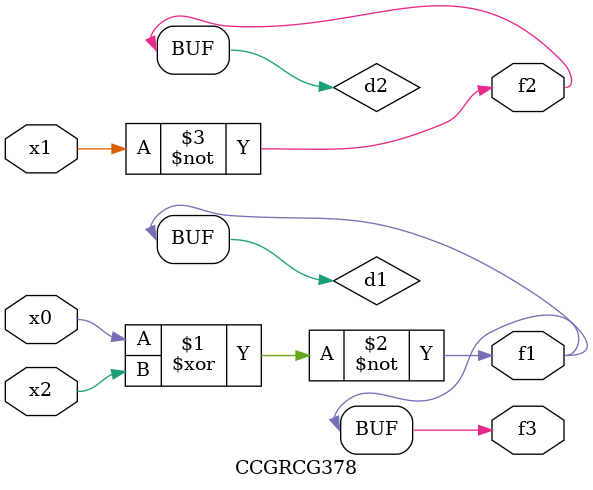
<source format=v>
module CCGRCG378(
	input x0, x1, x2,
	output f1, f2, f3
);

	wire d1, d2, d3;

	xnor (d1, x0, x2);
	nand (d2, x1);
	nor (d3, x1, x2);
	assign f1 = d1;
	assign f2 = d2;
	assign f3 = d1;
endmodule

</source>
